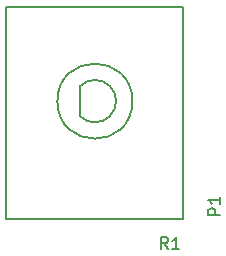
<source format=gbr>
G04 #@! TF.FileFunction,Legend,Top*
%FSLAX46Y46*%
G04 Gerber Fmt 4.6, Leading zero omitted, Abs format (unit mm)*
G04 Created by KiCad (PCBNEW (2016-02-24 BZR 6585, Git 0829446)-product) date 3/15/2016 7:35:22 AM*
%MOMM*%
G01*
G04 APERTURE LIST*
%ADD10C,0.100000*%
%ADD11C,0.150000*%
G04 APERTURE END LIST*
D10*
D11*
X154940000Y-73660000D02*
G75*
G03X157480000Y-73660000I1270000J1270000D01*
G01*
X157480000Y-73660000D02*
G75*
G03X157480000Y-71120000I-1270000J1270000D01*
G01*
X157480000Y-71120000D02*
G75*
G03X154940000Y-71120000I-1270000J-1270000D01*
G01*
X154940000Y-71120000D02*
X154940000Y-73660000D01*
X159385000Y-72390000D02*
G75*
G03X159385000Y-72390000I-3175000J0D01*
G01*
X148710000Y-82390000D02*
X163710000Y-82390000D01*
X163710000Y-82390000D02*
X163710000Y-64390000D01*
X163710000Y-64390000D02*
X148710000Y-64390000D01*
X148710000Y-64390000D02*
X148710000Y-82390000D01*
X162393334Y-84907381D02*
X162060000Y-84431190D01*
X161821905Y-84907381D02*
X161821905Y-83907381D01*
X162202858Y-83907381D01*
X162298096Y-83955000D01*
X162345715Y-84002619D01*
X162393334Y-84097857D01*
X162393334Y-84240714D01*
X162345715Y-84335952D01*
X162298096Y-84383571D01*
X162202858Y-84431190D01*
X161821905Y-84431190D01*
X163345715Y-84907381D02*
X162774286Y-84907381D01*
X163060000Y-84907381D02*
X163060000Y-83907381D01*
X162964762Y-84050238D01*
X162869524Y-84145476D01*
X162774286Y-84193095D01*
X166822381Y-82018095D02*
X165822381Y-82018095D01*
X165822381Y-81637142D01*
X165870000Y-81541904D01*
X165917619Y-81494285D01*
X166012857Y-81446666D01*
X166155714Y-81446666D01*
X166250952Y-81494285D01*
X166298571Y-81541904D01*
X166346190Y-81637142D01*
X166346190Y-82018095D01*
X166822381Y-80494285D02*
X166822381Y-81065714D01*
X166822381Y-80780000D02*
X165822381Y-80780000D01*
X165965238Y-80875238D01*
X166060476Y-80970476D01*
X166108095Y-81065714D01*
M02*

</source>
